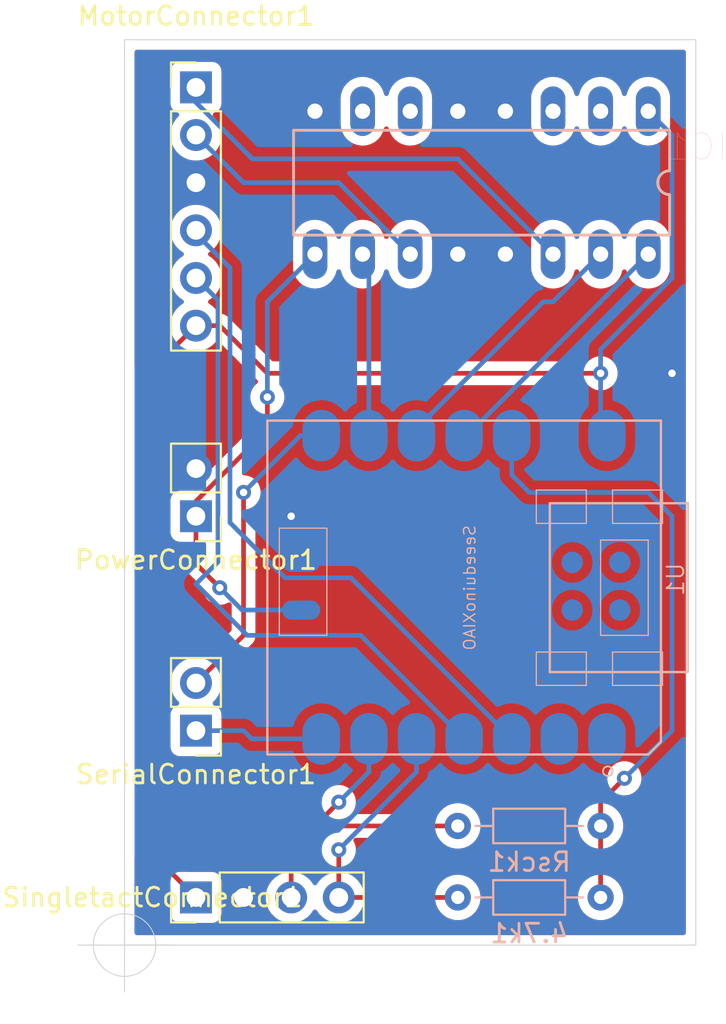
<source format=kicad_pcb>
(kicad_pcb (version 20171130) (host pcbnew "(5.1.9)-1")
  (layers (0 F.Cu power) (31 B.Cu power) (34 B.Paste user) (35 F.Paste user) (36 B.SilkS user) (37 F.SilkS user) (38 B.Mask user) (39 F.Mask user) (44 Edge.Cuts user))
  (net 0 "")
  (net 1 5V)
  (net 2 "Net-(IC1-Pad15)")
  (net 3 "Net-(IC1-Pad14)")
  (net 4 GND)
  (net 5 "Net-(IC1-Pad11)")
  (net 6 "Net-(IC1-Pad10)")
  (net 7 EncoderB)
  (net 8 EncoderA)
  (net 9 "Net-(U1-Pad20)")
  (net 10 "Net-(U1-Pad19)")
  (net 11 "Net-(U1-Pad18)")
  (net 12 "Net-(U1-Pad17)")
  (net 13 "Net-(U1-Pad1)")
  (net 14 "Net-(U1-Pad2)")
  (net 15 3.3v)
  (net 16 SCL)
  (net 17 6V)
  (net 18 MotorB)
  (net 19 MotorA)
  (net 20 PWM)
  (net 21 SDA)
  (net 22 TX)
  (net 23 RX)
  (net 24 MotorBcontrol)
  (net 25 MotorAcontrol)
  (module SN754410:DIP16 (layer B.Cu) (at 222.25 68.58 180)
    (fp_text reference IC1 (at -12.74744 1.90829 180) (layer B.SilkS) (effects (font (size 1.402425 1.402425) (thickness 0.015)) (justify mirror)))
    (fp_text value SN754410)
    (fp_line (start 8.763 -2.794) (end 8.763 2.794) (layer B.SilkS) (width 0.1524))
    (fp_line (start -11.303 -2.794) (end 8.763 -2.794) (layer B.SilkS) (width 0.1524))
    (fp_line (start -11.303 2.794) (end -11.303 0.635) (layer B.SilkS) (width 0.1524))
    (fp_line (start 8.763 2.794) (end -11.303 2.794) (layer B.SilkS) (width 0.1524))
    (fp_line (start -11.303 -0.635) (end -11.303 -2.794) (layer B.SilkS) (width 0.1524))
    (fp_arc (start -11.303 0) (end -11.303 0.635) (angle -180) (layer B.SilkS) (width 0.1524))
    (pad 16 thru_hole oval (at -10.16 3.81 180) (size 1.3208 2.6416) (drill 0.8128) (layers *.Cu *.Mask) (net 1 5V))
    (pad 15 thru_hole oval (at -7.62 3.81 180) (size 1.3208 2.6416) (drill 0.8128) (layers *.Cu *.Mask) (net 2 "Net-(IC1-Pad15)"))
    (pad 14 thru_hole oval (at -5.08 3.81 180) (size 1.3208 2.6416) (drill 0.8128) (layers *.Cu *.Mask) (net 3 "Net-(IC1-Pad14)"))
    (pad 13 thru_hole oval (at -2.54 3.81 180) (size 1.3208 2.6416) (drill 0.8128) (layers *.Cu *.Mask) (net 4 GND))
    (pad 12 thru_hole oval (at 0 3.81 180) (size 1.3208 2.6416) (drill 0.8128) (layers *.Cu *.Mask) (net 4 GND))
    (pad 11 thru_hole oval (at 2.54 3.81 180) (size 1.3208 2.6416) (drill 0.8128) (layers *.Cu *.Mask) (net 5 "Net-(IC1-Pad11)"))
    (pad 10 thru_hole oval (at 5.08 3.81 180) (size 1.3208 2.6416) (drill 0.8128) (layers *.Cu *.Mask) (net 6 "Net-(IC1-Pad10)"))
    (pad 9 thru_hole oval (at 7.62 3.81 180) (size 1.3208 2.6416) (drill 0.8128) (layers *.Cu *.Mask) (net 4 GND))
    (pad 8 thru_hole oval (at 7.62 -3.81 180) (size 1.3208 2.6416) (drill 0.8128) (layers *.Cu *.Mask) (net 17 6V))
    (pad 7 thru_hole oval (at 5.08 -3.81 180) (size 1.3208 2.6416) (drill 0.8128) (layers *.Cu *.Mask) (net 24 MotorBcontrol))
    (pad 6 thru_hole oval (at 2.54 -3.81 180) (size 1.3208 2.6416) (drill 0.8128) (layers *.Cu *.Mask) (net 18 MotorB))
    (pad 5 thru_hole oval (at 0 -3.81 180) (size 1.3208 2.6416) (drill 0.8128) (layers *.Cu *.Mask) (net 4 GND))
    (pad 4 thru_hole oval (at -2.54 -3.81 180) (size 1.3208 2.6416) (drill 0.8128) (layers *.Cu *.Mask) (net 4 GND))
    (pad 3 thru_hole oval (at -5.08 -3.81 180) (size 1.3208 2.6416) (drill 0.8128) (layers *.Cu *.Mask) (net 19 MotorA))
    (pad 2 thru_hole oval (at -7.62 -3.81 180) (size 1.3208 2.6416) (drill 0.8128) (layers *.Cu *.Mask) (net 25 MotorAcontrol))
    (pad 1 thru_hole oval (at -10.16 -3.81 180) (size 1.3208 2.6416) (drill 0.8128) (layers *.Cu *.Mask) (net 20 PWM))
  )
  (module Resistor_THT:R_Axial_DIN0204_L3.6mm_D1.6mm_P7.62mm_Horizontal (layer B.Cu) (at 222.25 102.87)
    (fp_text reference Rsck1 (at 3.81 1.92) (layer B.SilkS) (effects (justify mirror)))
    (fp_text value 4.7k)
    (fp_line (start 6.68 0) (end 5.73 0) (layer B.SilkS) (width 0.12))
    (fp_line (start 0.94 0) (end 1.89 0) (layer B.SilkS) (width 0.12))
    (fp_line (start 5.73 0.92) (end 1.89 0.92) (layer B.SilkS) (width 0.12))
    (fp_line (start 5.73 -0.92) (end 5.73 0.92) (layer B.SilkS) (width 0.12))
    (fp_line (start 1.89 -0.92) (end 5.73 -0.92) (layer B.SilkS) (width 0.12))
    (fp_line (start 1.89 0.92) (end 1.89 -0.92) (layer B.SilkS) (width 0.12))
    (pad 2 thru_hole oval (at 7.62 0) (size 1.4 1.4) (drill 0.7) (layers *.Cu *.Mask) (net 15 3.3v))
    (pad 1 thru_hole circle (at 0 0) (size 1.4 1.4) (drill 0.7) (layers *.Cu *.Mask) (net 16 SCL))
  )
  (module Resistor_THT:R_Axial_DIN0204_L3.6mm_D1.6mm_P7.62mm_Horizontal (layer B.Cu) (at 222.25 106.68)
    (fp_text reference 4.7k1 (at 3.81 1.92) (layer B.SilkS) (effects (justify mirror)))
    (fp_text value Rsck)
    (fp_line (start 6.68 0) (end 5.73 0) (layer B.SilkS) (width 0.12))
    (fp_line (start 0.94 0) (end 1.89 0) (layer B.SilkS) (width 0.12))
    (fp_line (start 5.73 0.92) (end 1.89 0.92) (layer B.SilkS) (width 0.12))
    (fp_line (start 5.73 -0.92) (end 5.73 0.92) (layer B.SilkS) (width 0.12))
    (fp_line (start 1.89 -0.92) (end 5.73 -0.92) (layer B.SilkS) (width 0.12))
    (fp_line (start 1.89 0.92) (end 1.89 -0.92) (layer B.SilkS) (width 0.12))
    (pad 2 thru_hole oval (at 7.62 0) (size 1.4 1.4) (drill 0.7) (layers *.Cu *.Mask) (net 15 3.3v))
    (pad 1 thru_hole circle (at 0 0) (size 1.4 1.4) (drill 0.7) (layers *.Cu *.Mask) (net 21 SDA))
  )
  (module "Seeeduino XIAO KICAD:Seeeduino XIAO-MOUDLE14P-2.54-21X17.8MM" (layer B.Cu) (at 212.09 99.06 90)
    (fp_text reference U1 (at 9.3345 21.7805 270) (layer B.SilkS) (effects (font (size 0.889 0.889) (thickness 0.1016)) (justify mirror)))
    (fp_text value SeeeduinoXIAO (at 8.89 10.795 270) (layer B.SilkS) (effects (font (size 0.6096 0.6096) (thickness 0.0762)) (justify mirror)))
    (fp_line (start 6.35 17.78) (end 11.43 17.78) (layer B.SilkS) (width 0.06604))
    (fp_line (start 11.43 17.78) (end 11.43 20.32) (layer B.SilkS) (width 0.06604))
    (fp_line (start 6.35 20.32) (end 11.43 20.32) (layer B.SilkS) (width 0.06604))
    (fp_line (start 6.35 17.78) (end 6.35 20.32) (layer B.SilkS) (width 0.06604))
    (fp_line (start 6.35 0.635) (end 12.065 0.635) (layer B.SilkS) (width 0.06604))
    (fp_line (start 12.065 0.635) (end 12.065 3.175) (layer B.SilkS) (width 0.06604))
    (fp_line (start 6.35 3.175) (end 12.065 3.175) (layer B.SilkS) (width 0.06604))
    (fp_line (start 6.35 0.635) (end 6.35 3.175) (layer B.SilkS) (width 0.06604))
    (fp_line (start 3.683 18.415) (end 5.461 18.415) (layer B.SilkS) (width 0.06604))
    (fp_line (start 5.461 18.415) (end 5.461 21.082) (layer B.SilkS) (width 0.06604))
    (fp_line (start 3.683 21.082) (end 5.461 21.082) (layer B.SilkS) (width 0.06604))
    (fp_line (start 3.683 18.415) (end 3.683 21.082) (layer B.SilkS) (width 0.06604))
    (fp_line (start 3.683 14.34846) (end 5.461 14.34846) (layer B.SilkS) (width 0.06604))
    (fp_line (start 5.461 14.34846) (end 5.461 17.018) (layer B.SilkS) (width 0.06604))
    (fp_line (start 3.683 17.018) (end 5.461 17.018) (layer B.SilkS) (width 0.06604))
    (fp_line (start 3.683 14.34846) (end 3.683 17.018) (layer B.SilkS) (width 0.06604))
    (fp_line (start 12.319 14.34846) (end 14.097 14.34846) (layer B.SilkS) (width 0.06604))
    (fp_line (start 14.097 14.34846) (end 14.097 17.018) (layer B.SilkS) (width 0.06604))
    (fp_line (start 12.319 17.018) (end 14.097 17.018) (layer B.SilkS) (width 0.06604))
    (fp_line (start 12.319 14.34846) (end 12.319 17.018) (layer B.SilkS) (width 0.06604))
    (fp_line (start 12.319 18.415) (end 14.097 18.415) (layer B.SilkS) (width 0.06604))
    (fp_line (start 14.097 18.415) (end 14.097 21.082) (layer B.SilkS) (width 0.06604))
    (fp_line (start 12.319 21.082) (end 14.097 21.082) (layer B.SilkS) (width 0.06604))
    (fp_line (start 12.319 18.415) (end 12.319 21.082) (layer B.SilkS) (width 0.06604))
    (fp_line (start 0 0) (end 17.79778 0) (layer B.SilkS) (width 0.127))
    (fp_line (start 17.79778 0) (end 17.79778 20.99818) (layer B.SilkS) (width 0.127))
    (fp_line (start 17.79778 20.99818) (end 0.67056 20.99818) (layer B.SilkS) (width 0.127))
    (fp_line (start 0.67056 20.99818) (end 0 20.32762) (layer B.SilkS) (width 0.127))
    (fp_line (start 0 20.32762) (end 0 0) (layer B.SilkS) (width 0.127))
    (fp_line (start 4.39928 22.42312) (end 13.39342 22.42312) (layer B.SilkS) (width 0.127))
    (fp_line (start 13.39342 22.42312) (end 13.39342 15.06982) (layer B.SilkS) (width 0.127))
    (fp_line (start 13.39342 15.06982) (end 4.3942 15.06982) (layer B.SilkS) (width 0.127))
    (fp_line (start 4.3942 15.06982) (end 4.3942 22.42312) (layer B.SilkS) (width 0.127))
    (fp_circle (center -0.889 18.161) (end -0.889 18.415) (layer B.SilkS) (width 0.1))
    (pad 20 smd circle (at 10.238803 16.264187) (size 1.143 1.143) (layers B.Cu B.Paste B.Mask) (net 9 "Net-(U1-Pad20)"))
    (pad 19 smd circle (at 7.698803 16.264187) (size 1.143 1.143) (layers B.Cu B.Paste B.Mask) (net 10 "Net-(U1-Pad19)"))
    (pad 18 smd circle (at 10.238803 18.804187) (size 1.143 1.143) (layers B.Cu B.Paste B.Mask) (net 11 "Net-(U1-Pad18)"))
    (pad 17 smd circle (at 7.698803 18.804187) (size 1.143 1.143) (layers B.Cu B.Paste B.Mask) (net 12 "Net-(U1-Pad17)"))
    (pad 16 smd oval (at 10.25 1.8) (size 2.032 1.016) (layers B.Cu B.Paste B.Mask) (net 4 GND))
    (pad 15 smd oval (at 7.7 1.8) (size 2.032 1.016) (layers B.Cu B.Paste B.Mask) (net 17 6V))
    (pad 1 smd oval (at 0.83312 18.11782 90) (size 2.74828 1.99898) (layers B.Cu B.Paste B.Mask) (net 13 "Net-(U1-Pad1)"))
    (pad 2 smd oval (at 0.83312 15.57782 90) (size 2.74828 1.99898) (layers B.Cu B.Paste B.Mask) (net 14 "Net-(U1-Pad2)"))
    (pad 3 smd oval (at 0.83312 13.03782 90) (size 2.74828 1.99898) (layers B.Cu B.Paste B.Mask) (net 8 EncoderA))
    (pad 4 smd oval (at 0.83312 10.49782 90) (size 2.74828 1.99898) (layers B.Cu B.Paste B.Mask) (net 7 EncoderB))
    (pad 5 smd oval (at 0.83312 7.95782 90) (size 2.74828 1.99898) (layers B.Cu B.Paste B.Mask) (net 21 SDA))
    (pad 6 smd oval (at 0.83312 5.41782 90) (size 2.74828 1.99898) (layers B.Cu B.Paste B.Mask) (net 16 SCL))
    (pad 7 smd oval (at 0.83312 2.87782 90) (size 2.74828 1.99898) (layers B.Cu B.Paste B.Mask) (net 22 TX))
    (pad 8 smd oval (at 16.99768 2.87782 90) (size 2.74828 1.99898) (layers B.Cu B.Paste B.Mask) (net 23 RX))
    (pad 9 smd oval (at 16.99768 5.41782 90) (size 2.74828 1.99898) (layers B.Cu B.Paste B.Mask) (net 24 MotorBcontrol))
    (pad 10 smd oval (at 16.99768 7.95782 90) (size 2.74828 1.99898) (layers B.Cu B.Paste B.Mask) (net 25 MotorAcontrol))
    (pad 11 smd oval (at 16.99768 10.49782 90) (size 2.74828 1.99898) (layers B.Cu B.Paste B.Mask) (net 20 PWM))
    (pad 12 smd oval (at 16.99768 13.03782 90) (size 2.74828 1.99898) (layers B.Cu B.Paste B.Mask) (net 15 3.3v))
    (pad 13 smd oval (at 16.99768 15.57782 90) (size 2.74828 1.99898) (layers B.Cu B.Paste B.Mask) (net 4 GND))
    (pad 14 smd oval (at 16.99768 18.11782 90) (size 2.74828 1.99898) (layers B.Cu B.Paste B.Mask) (net 1 5V))
  )
  (module Connector_PinHeader_2.54mm:PinHeader_1x04_P2.54mm_Vertical (layer F.Cu) (at 208.28 106.68 90)
    (fp_text reference SingletactConnector1 (at 0 -2.33) (layer F.SilkS))
    (fp_text value Conn_01x04_Male)
    (fp_line (start -1.33 -1.33) (end 0 -1.33) (layer F.SilkS) (width 0.12))
    (fp_line (start -1.33 0) (end -1.33 -1.33) (layer F.SilkS) (width 0.12))
    (fp_line (start -1.33 1.27) (end 1.33 1.27) (layer F.SilkS) (width 0.12))
    (fp_line (start 1.33 1.27) (end 1.33 8.95) (layer F.SilkS) (width 0.12))
    (fp_line (start -1.33 1.27) (end -1.33 8.95) (layer F.SilkS) (width 0.12))
    (fp_line (start -1.33 8.95) (end 1.33 8.95) (layer F.SilkS) (width 0.12))
    (pad 4 thru_hole oval (at 0 7.62 90) (size 1.7 1.7) (drill 1) (layers *.Cu *.Mask) (net 21 SDA))
    (pad 3 thru_hole oval (at 0 5.08 90) (size 1.7 1.7) (drill 1) (layers *.Cu *.Mask) (net 16 SCL))
    (pad 2 thru_hole oval (at 0 2.54 90) (size 1.7 1.7) (drill 1) (layers *.Cu *.Mask) (net 4 GND))
    (pad 1 thru_hole rect (at 0 0 90) (size 1.7 1.7) (drill 1) (layers *.Cu *.Mask) (net 1 5V))
  )
  (module Connector_PinHeader_2.54mm:PinHeader_1x02_P2.54mm_Vertical (layer F.Cu) (at 208.28 97.79 180)
    (fp_text reference SerialConnector1 (at 0 -2.33) (layer F.SilkS))
    (fp_text value Conn_01x02_Male)
    (fp_line (start -1.33 -1.33) (end 0 -1.33) (layer F.SilkS) (width 0.12))
    (fp_line (start -1.33 0) (end -1.33 -1.33) (layer F.SilkS) (width 0.12))
    (fp_line (start -1.33 1.27) (end 1.33 1.27) (layer F.SilkS) (width 0.12))
    (fp_line (start 1.33 1.27) (end 1.33 3.87) (layer F.SilkS) (width 0.12))
    (fp_line (start -1.33 1.27) (end -1.33 3.87) (layer F.SilkS) (width 0.12))
    (fp_line (start -1.33 3.87) (end 1.33 3.87) (layer F.SilkS) (width 0.12))
    (pad 2 thru_hole oval (at 0 2.54 180) (size 1.7 1.7) (drill 1) (layers *.Cu *.Mask) (net 23 RX))
    (pad 1 thru_hole rect (at 0 0 180) (size 1.7 1.7) (drill 1) (layers *.Cu *.Mask) (net 22 TX))
  )
  (module Connector_PinHeader_2.54mm:PinHeader_1x02_P2.54mm_Vertical (layer F.Cu) (at 208.28 86.36 180)
    (fp_text reference PowerConnector1 (at 0 -2.33) (layer F.SilkS))
    (fp_text value Conn_01x02_Male)
    (fp_line (start -1.33 3.87) (end 1.33 3.87) (layer F.SilkS) (width 0.12))
    (fp_line (start -1.33 1.27) (end -1.33 3.87) (layer F.SilkS) (width 0.12))
    (fp_line (start 1.33 1.27) (end 1.33 3.87) (layer F.SilkS) (width 0.12))
    (fp_line (start -1.33 1.27) (end 1.33 1.27) (layer F.SilkS) (width 0.12))
    (fp_line (start -1.33 0) (end -1.33 -1.33) (layer F.SilkS) (width 0.12))
    (fp_line (start -1.33 -1.33) (end 0 -1.33) (layer F.SilkS) (width 0.12))
    (pad 1 thru_hole rect (at 0 0 180) (size 1.7 1.7) (drill 1) (layers *.Cu *.Mask) (net 17 6V))
    (pad 2 thru_hole oval (at 0 2.54 180) (size 1.7 1.7) (drill 1) (layers *.Cu *.Mask) (net 4 GND))
  )
  (module Connector_PinHeader_2.54mm:PinHeader_1x06_P2.54mm_Vertical (layer F.Cu) (at 208.28 63.5)
    (fp_text reference MotorConnector1 (at 0 -3.81) (layer F.SilkS))
    (fp_text value Conn_01x06_Male)
    (fp_line (start -1.33 -1.33) (end 0 -1.33) (layer F.SilkS) (width 0.12))
    (fp_line (start -1.33 0) (end -1.33 -1.33) (layer F.SilkS) (width 0.12))
    (fp_line (start -1.33 1.27) (end 1.33 1.27) (layer F.SilkS) (width 0.12))
    (fp_line (start 1.33 1.27) (end 1.33 14.03) (layer F.SilkS) (width 0.12))
    (fp_line (start -1.33 1.27) (end -1.33 14.03) (layer F.SilkS) (width 0.12))
    (fp_line (start -1.33 14.03) (end 1.33 14.03) (layer F.SilkS) (width 0.12))
    (pad 6 thru_hole oval (at 0 12.7) (size 1.7 1.7) (drill 1) (layers *.Cu *.Mask) (net 1 5V))
    (pad 5 thru_hole oval (at 0 10.16) (size 1.7 1.7) (drill 1) (layers *.Cu *.Mask) (net 7 EncoderB))
    (pad 4 thru_hole oval (at 0 7.62) (size 1.7 1.7) (drill 1) (layers *.Cu *.Mask) (net 8 EncoderA))
    (pad 3 thru_hole oval (at 0 5.08) (size 1.7 1.7) (drill 1) (layers *.Cu *.Mask) (net 4 GND))
    (pad 2 thru_hole oval (at 0 2.54) (size 1.7 1.7) (drill 1) (layers *.Cu *.Mask) (net 18 MotorB))
    (pad 1 thru_hole rect (at 0 0) (size 1.7 1.7) (drill 1) (layers *.Cu *.Mask) (net 19 MotorA))
  )
  (target plus (at 204.47 109.22) (size 5) (width 0.05) (layer Edge.Cuts))
  (gr_line (start 234.95 109.22) (end 204.47 109.22) (layer Edge.Cuts) (width 0.05))
  (gr_line (start 234.95 60.96) (end 234.95 109.22) (layer Edge.Cuts) (width 0.05))
  (gr_line (start 204.47 60.96) (end 234.95 60.96) (layer Edge.Cuts) (width 0.05))
  (gr_line (start 204.47 109.22) (end 204.47 60.96) (layer Edge.Cuts) (width 0.05))
  (segment (start 208.28 106.68) (end 205.74 104.14) (width 0.25) (layer F.Cu) (net 1))
  (segment (start 205.74 78.74) (end 208.28 76.2) (width 0.25) (layer F.Cu) (net 1))
  (segment (start 205.74 104.14) (end 205.74 78.74) (width 0.25) (layer F.Cu) (net 1))
  (segment (start 229.87 78.74) (end 229.87 78.74) (width 0.25) (layer F.Cu) (net 1))
  (via (at 229.87 78.74) (size 0.8) (drill 0.4) (layers F.Cu B.Cu) (net 1))
  (segment (start 229.87 81.7245) (end 230.20782 82.06232) (width 0.25) (layer B.Cu) (net 1))
  (segment (start 229.87 78.74) (end 229.87 81.7245) (width 0.25) (layer B.Cu) (net 1))
  (segment (start 208.28 76.2) (end 209.55 76.2) (width 0.25) (layer F.Cu) (net 1))
  (segment (start 212.09 78.74) (end 229.87 78.74) (width 0.25) (layer F.Cu) (net 1))
  (segment (start 209.55 76.2) (end 212.09 78.74) (width 0.25) (layer F.Cu) (net 1))
  (segment (start 233.68 66.04) (end 232.41 64.77) (width 0.25) (layer B.Cu) (net 1))
  (segment (start 233.68 73.66) (end 233.68 66.04) (width 0.25) (layer B.Cu) (net 1))
  (segment (start 229.87 77.47) (end 233.68 73.66) (width 0.25) (layer B.Cu) (net 1))
  (segment (start 229.87 78.74) (end 229.87 77.47) (width 0.25) (layer B.Cu) (net 1))
  (via (at 213.36 86.36) (size 0.8) (drill 0.4) (layers F.Cu B.Cu) (net 4))
  (via (at 233.68 78.74) (size 0.8) (drill 0.4) (layers F.Cu B.Cu) (net 4))
  (segment (start 222.58782 98.22688) (end 217.07094 92.71) (width 0.25) (layer B.Cu) (net 7))
  (segment (start 217.07094 92.71) (end 211.016998 92.71) (width 0.25) (layer B.Cu) (net 7))
  (segment (start 211.016998 92.71) (end 208.28 89.973002) (width 0.25) (layer B.Cu) (net 7))
  (segment (start 209.455001 74.835001) (end 208.28 73.66) (width 0.25) (layer B.Cu) (net 7))
  (segment (start 209.455001 88.798001) (end 209.455001 74.835001) (width 0.25) (layer B.Cu) (net 7))
  (segment (start 208.28 89.973002) (end 209.455001 88.798001) (width 0.25) (layer B.Cu) (net 7))
  (segment (start 210.094999 86.701053) (end 210.094999 73.115001) (width 0.25) (layer B.Cu) (net 8))
  (segment (start 213.036956 89.64301) (end 210.094999 86.701053) (width 0.25) (layer B.Cu) (net 8))
  (segment (start 216.54395 89.64301) (end 213.036956 89.64301) (width 0.25) (layer B.Cu) (net 8))
  (segment (start 225.12782 98.22688) (end 216.54395 89.64301) (width 0.25) (layer B.Cu) (net 8))
  (segment (start 208.28 71.300002) (end 208.28 71.12) (width 0.25) (layer B.Cu) (net 8))
  (segment (start 210.094999 73.115001) (end 208.28 71.300002) (width 0.25) (layer B.Cu) (net 8))
  (segment (start 229.87 106.68) (end 229.87 102.87) (width 0.25) (layer F.Cu) (net 15))
  (segment (start 229.87 102.87) (end 229.87 101.6) (width 0.25) (layer F.Cu) (net 15))
  (segment (start 229.87 101.6) (end 231.14 100.33) (width 0.25) (layer F.Cu) (net 15))
  (segment (start 231.14 100.33) (end 231.14 100.33) (width 0.25) (layer F.Cu) (net 15))
  (via (at 231.14 100.33) (size 0.8) (drill 0.4) (layers F.Cu B.Cu) (net 15))
  (segment (start 225.12782 84.15782) (end 225.12782 82.06232) (width 0.25) (layer B.Cu) (net 15))
  (segment (start 233.68 86.36) (end 232.41 85.09) (width 0.25) (layer B.Cu) (net 15))
  (segment (start 233.68 97.79) (end 233.68 86.36) (width 0.25) (layer B.Cu) (net 15))
  (segment (start 226.06 85.09) (end 225.12782 84.15782) (width 0.25) (layer B.Cu) (net 15))
  (segment (start 232.41 85.09) (end 226.06 85.09) (width 0.25) (layer B.Cu) (net 15))
  (segment (start 231.14 100.33) (end 233.68 97.79) (width 0.25) (layer B.Cu) (net 15))
  (segment (start 217.50782 98.22688) (end 217.50782 99.99218) (width 0.25) (layer B.Cu) (net 16))
  (segment (start 217.50782 99.99218) (end 215.9 101.6) (width 0.25) (layer B.Cu) (net 16))
  (segment (start 215.9 101.6) (end 215.9 101.6) (width 0.25) (layer B.Cu) (net 16))
  (via (at 215.9 101.6) (size 0.8) (drill 0.4) (layers F.Cu B.Cu) (net 16))
  (segment (start 215.9 101.6) (end 213.36 104.14) (width 0.25) (layer F.Cu) (net 16))
  (segment (start 213.36 104.14) (end 213.36 106.68) (width 0.25) (layer F.Cu) (net 16))
  (segment (start 222.25 102.87) (end 214.63 102.87) (width 0.25) (layer F.Cu) (net 16))
  (segment (start 213.89 91.36) (end 212.01 91.36) (width 0.25) (layer B.Cu) (net 17))
  (segment (start 212.01 91.36) (end 210.74 91.36) (width 0.25) (layer B.Cu) (net 17))
  (segment (start 210.74 91.36) (end 209.55 90.17) (width 0.25) (layer B.Cu) (net 17))
  (segment (start 209.55 90.17) (end 209.55 90.17) (width 0.25) (layer B.Cu) (net 17))
  (via (at 209.55 90.17) (size 0.8) (drill 0.4) (layers F.Cu B.Cu) (net 17))
  (segment (start 209.55 90.17) (end 208.28 88.9) (width 0.25) (layer F.Cu) (net 17))
  (segment (start 208.28 88.9) (end 208.28 86.36) (width 0.25) (layer F.Cu) (net 17))
  (segment (start 212.09 80.01) (end 212.09 80.01) (width 0.25) (layer B.Cu) (net 17))
  (via (at 212.09 80.01) (size 0.8) (drill 0.4) (layers F.Cu B.Cu) (net 17))
  (segment (start 208.28 85.559002) (end 208.28 86.36) (width 0.25) (layer F.Cu) (net 17))
  (segment (start 212.09 81.749002) (end 208.28 85.559002) (width 0.25) (layer F.Cu) (net 17))
  (segment (start 212.09 80.01) (end 212.09 81.749002) (width 0.25) (layer F.Cu) (net 17))
  (segment (start 212.09 74.93) (end 214.63 72.39) (width 0.25) (layer B.Cu) (net 17))
  (segment (start 212.09 80.01) (end 212.09 74.93) (width 0.25) (layer B.Cu) (net 17))
  (segment (start 219.71 72.39) (end 215.9 68.58) (width 0.25) (layer B.Cu) (net 18))
  (segment (start 210.82 68.58) (end 208.28 66.04) (width 0.25) (layer B.Cu) (net 18))
  (segment (start 215.9 68.58) (end 210.82 68.58) (width 0.25) (layer B.Cu) (net 18))
  (segment (start 208.65581 63.12419) (end 208.28 63.5) (width 0.25) (layer F.Cu) (net 19))
  (segment (start 227.33 72.39) (end 222.25 67.31) (width 0.25) (layer B.Cu) (net 19))
  (segment (start 208.28 64.300998) (end 208.28 63.5) (width 0.25) (layer B.Cu) (net 19))
  (segment (start 211.289002 67.31) (end 208.28 64.300998) (width 0.25) (layer B.Cu) (net 19))
  (segment (start 222.25 67.31) (end 211.289002 67.31) (width 0.25) (layer B.Cu) (net 19))
  (segment (start 222.58782 82.06232) (end 223.23541 81.41473) (width 0.25) (layer B.Cu) (net 20))
  (segment (start 222.73768 82.06232) (end 232.41 72.39) (width 0.25) (layer B.Cu) (net 20))
  (segment (start 222.58782 82.06232) (end 222.73768 82.06232) (width 0.25) (layer B.Cu) (net 20))
  (segment (start 215.9 104.14) (end 215.9 106.68) (width 0.25) (layer F.Cu) (net 21))
  (segment (start 220.04782 98.22688) (end 220.04782 99.99218) (width 0.25) (layer B.Cu) (net 21))
  (segment (start 220.04782 99.99218) (end 215.9 104.14) (width 0.25) (layer B.Cu) (net 21))
  (segment (start 215.9 104.14) (end 215.9 104.14) (width 0.25) (layer B.Cu) (net 21))
  (via (at 215.9 104.14) (size 0.8) (drill 0.4) (layers F.Cu B.Cu) (net 21))
  (segment (start 222.25 106.68) (end 215.9 106.68) (width 0.25) (layer F.Cu) (net 21))
  (segment (start 214.96782 98.22688) (end 211.25688 98.22688) (width 0.25) (layer B.Cu) (net 22))
  (segment (start 211.25688 98.22688) (end 210.82 97.79) (width 0.25) (layer B.Cu) (net 22))
  (segment (start 210.82 97.79) (end 210.82 97.79) (width 0.25) (layer B.Cu) (net 22))
  (segment (start 210.82 97.79) (end 208.28 97.79) (width 0.25) (layer B.Cu) (net 22))
  (segment (start 208.28 95.25) (end 210.82 92.71) (width 0.25) (layer F.Cu) (net 23))
  (segment (start 210.82 92.71) (end 210.82 85.09) (width 0.25) (layer F.Cu) (net 23))
  (segment (start 210.82 85.09) (end 210.82 85.09) (width 0.25) (layer F.Cu) (net 23))
  (via (at 210.82 85.09) (size 0.8) (drill 0.4) (layers F.Cu B.Cu) (net 23))
  (segment (start 213.84768 82.06232) (end 214.96782 82.06232) (width 0.25) (layer B.Cu) (net 23))
  (segment (start 210.82 85.09) (end 213.84768 82.06232) (width 0.25) (layer B.Cu) (net 23))
  (segment (start 217.50782 82.06232) (end 218.15541 81.41473) (width 0.25) (layer B.Cu) (net 24))
  (segment (start 217.50782 72.72782) (end 217.17 72.39) (width 0.25) (layer B.Cu) (net 24))
  (segment (start 217.50782 82.06232) (end 217.50782 72.72782) (width 0.25) (layer B.Cu) (net 24))
  (segment (start 220.04782 82.06232) (end 220.69541 81.41473) (width 0.25) (layer B.Cu) (net 25))
  (segment (start 227.33 74.93) (end 229.87 72.39) (width 0.25) (layer B.Cu) (net 25))
  (segment (start 226.80549 74.93) (end 227.33 74.93) (width 0.25) (layer B.Cu) (net 25))
  (segment (start 220.04782 81.68767) (end 226.80549 74.93) (width 0.25) (layer B.Cu) (net 25))
  (segment (start 220.04782 82.06232) (end 220.04782 81.68767) (width 0.25) (layer B.Cu) (net 25))
  (zone (net 4) (net_name GND) (layer B.Cu) (connect_pads yes (clearance 0.508)) (min_thickness 0.254) (fill yes (arc_segments 32) (thermal_gap 0.508) (thermal_bridge_width 0.508))
    (polygon (pts (xy 234.95 109.22) (xy 204.47 109.22) (xy 204.47 60.96) (xy 234.95 60.96)))
  )
  (zone (net 4) (net_name GND) (layer F.Cu) (connect_pads yes (clearance 0.508)) (min_thickness 0.254) (fill yes (arc_segments 32) (thermal_gap 0.508) (thermal_bridge_width 0.508))
    (polygon (pts (xy 234.95 109.22) (xy 204.47 109.22) (xy 204.47 60.96) (xy 234.95 60.96)))
  )
)
</source>
